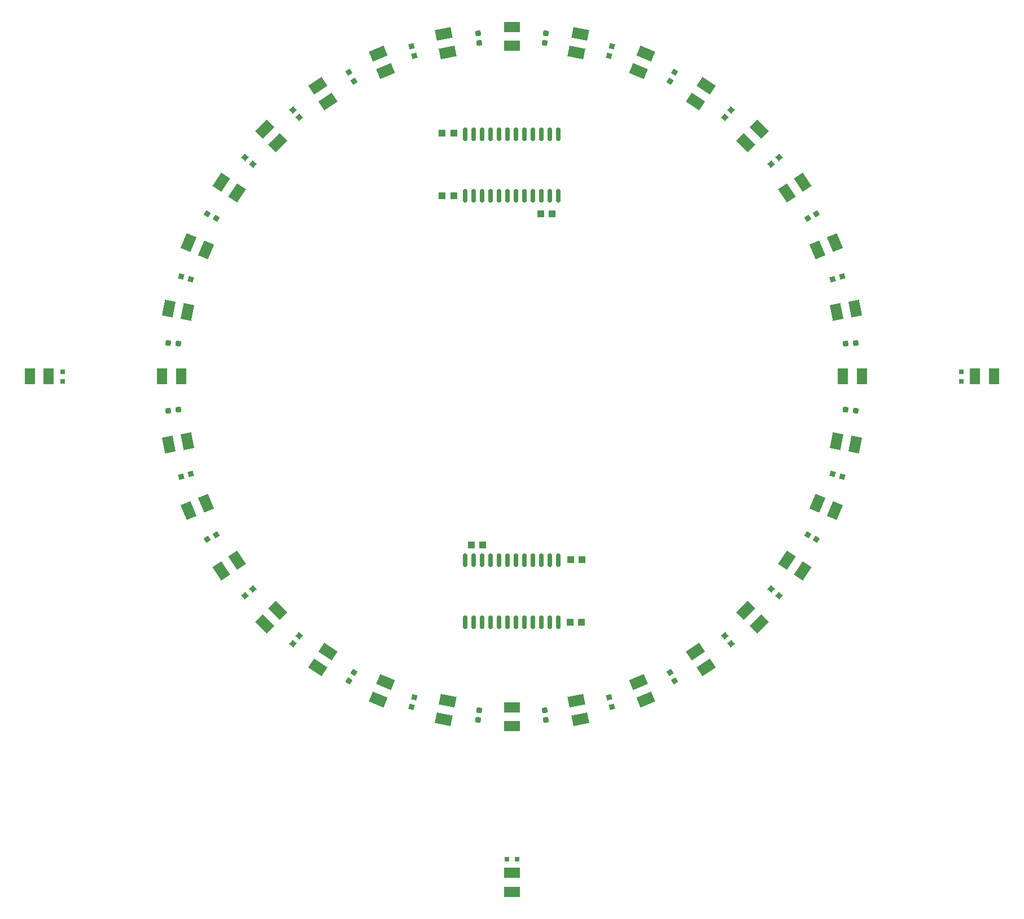
<source format=gbp>
%TF.GenerationSoftware,KiCad,Pcbnew,(6.0.0-0)*%
%TF.CreationDate,2022-03-23T00:11:18+08:00*%
%TF.ProjectId,layer1,6c617965-7231-42e6-9b69-6361645f7063,rev?*%
%TF.SameCoordinates,Original*%
%TF.FileFunction,Paste,Bot*%
%TF.FilePolarity,Positive*%
%FSLAX46Y46*%
G04 Gerber Fmt 4.6, Leading zero omitted, Abs format (unit mm)*
G04 Created by KiCad (PCBNEW (6.0.0-0)) date 2022-03-23 00:11:18*
%MOMM*%
%LPD*%
G01*
G04 APERTURE LIST*
G04 Aperture macros list*
%AMRoundRect*
0 Rectangle with rounded corners*
0 $1 Rounding radius*
0 $2 $3 $4 $5 $6 $7 $8 $9 X,Y pos of 4 corners*
0 Add a 4 corners polygon primitive as box body*
4,1,4,$2,$3,$4,$5,$6,$7,$8,$9,$2,$3,0*
0 Add four circle primitives for the rounded corners*
1,1,$1+$1,$2,$3*
1,1,$1+$1,$4,$5*
1,1,$1+$1,$6,$7*
1,1,$1+$1,$8,$9*
0 Add four rect primitives between the rounded corners*
20,1,$1+$1,$2,$3,$4,$5,0*
20,1,$1+$1,$4,$5,$6,$7,0*
20,1,$1+$1,$6,$7,$8,$9,0*
20,1,$1+$1,$8,$9,$2,$3,0*%
%AMRotRect*
0 Rectangle, with rotation*
0 The origin of the aperture is its center*
0 $1 length*
0 $2 width*
0 $3 Rotation angle, in degrees counterclockwise*
0 Add horizontal line*
21,1,$1,$2,0,0,$3*%
G04 Aperture macros list end*
%ADD10RotRect,1.600000X2.400000X22.500000*%
%ADD11RotRect,1.600000X2.400000X326.250000*%
%ADD12RotRect,1.600000X2.400000X247.500000*%
%ADD13RotRect,0.800000X0.800000X331.875000*%
%ADD14R,1.099820X0.998220*%
%ADD15RotRect,0.800000X0.800000X286.875000*%
%ADD16RotRect,1.600000X2.400000X303.750000*%
%ADD17RotRect,0.800000X0.800000X343.125000*%
%ADD18R,0.800000X0.800000*%
%ADD19R,1.600000X2.400000*%
%ADD20RotRect,0.800000X0.800000X95.625000*%
%ADD21RotRect,1.600000X2.400000X213.750000*%
%ADD22RoundRect,0.150000X-0.150000X0.875000X-0.150000X-0.875000X0.150000X-0.875000X0.150000X0.875000X0*%
%ADD23RotRect,0.800000X0.800000X219.375000*%
%ADD24RotRect,1.600000X2.400000X67.500000*%
%ADD25RotRect,1.600000X2.400000X191.250000*%
%ADD26RotRect,0.800000X0.800000X28.125000*%
%ADD27RotRect,0.800000X0.800000X118.125000*%
%ADD28RotRect,0.800000X0.800000X84.375000*%
%ADD29RotRect,1.600000X2.400000X135.000000*%
%ADD30RotRect,0.800000X0.800000X140.625000*%
%ADD31R,2.400000X1.600000*%
%ADD32RotRect,0.800000X0.800000X208.125000*%
%ADD33RotRect,1.600000X2.400000X157.500000*%
%ADD34RotRect,1.600000X2.400000X348.750000*%
%ADD35RotRect,1.600000X2.400000X202.500000*%
%ADD36RotRect,1.600000X2.400000X225.000000*%
%ADD37RotRect,0.800000X0.800000X298.125000*%
%ADD38RotRect,0.800000X0.800000X230.625000*%
%ADD39RotRect,0.800000X0.800000X196.875000*%
%ADD40RotRect,1.600000X2.400000X56.250000*%
%ADD41RotRect,0.800000X0.800000X185.625000*%
%ADD42RotRect,0.800000X0.800000X253.125000*%
%ADD43RotRect,1.600000X2.400000X112.500000*%
%ADD44RotRect,0.800000X0.800000X309.375000*%
%ADD45RotRect,0.800000X0.800000X163.125000*%
%ADD46RotRect,0.800000X0.800000X275.625000*%
%ADD47RotRect,0.800000X0.800000X5.625000*%
%ADD48RotRect,0.800000X0.800000X354.375000*%
%ADD49RotRect,1.600000X2.400000X33.750000*%
%ADD50RotRect,1.600000X2.400000X168.750000*%
%ADD51RoundRect,0.150000X0.150000X-0.875000X0.150000X0.875000X-0.150000X0.875000X-0.150000X-0.875000X0*%
%ADD52RotRect,0.800000X0.800000X61.875000*%
%ADD53RotRect,1.600000X2.400000X337.500000*%
%ADD54RotRect,1.600000X2.400000X146.250000*%
%ADD55RotRect,0.800000X0.800000X106.875000*%
%ADD56RotRect,0.800000X0.800000X39.375000*%
%ADD57RotRect,1.600000X2.400000X123.750000*%
%ADD58RotRect,1.600000X2.400000X292.500000*%
%ADD59RotRect,0.800000X0.800000X174.375000*%
%ADD60RotRect,1.600000X2.400000X281.250000*%
%ADD61RotRect,0.800000X0.800000X50.625000*%
%ADD62RotRect,0.800000X0.800000X264.375000*%
%ADD63RotRect,1.600000X2.400000X78.750000*%
%ADD64RotRect,1.600000X2.400000X101.250000*%
%ADD65RotRect,0.800000X0.800000X320.625000*%
%ADD66RotRect,1.600000X2.400000X236.250000*%
%ADD67RotRect,1.600000X2.400000X258.750000*%
%ADD68RotRect,1.600000X2.400000X11.250000*%
%ADD69RotRect,0.800000X0.800000X129.375000*%
%ADD70RotRect,0.800000X0.800000X151.875000*%
%ADD71RotRect,0.800000X0.800000X241.875000*%
%ADD72RotRect,1.600000X2.400000X45.000000*%
%ADD73RotRect,0.800000X0.800000X73.125000*%
%ADD74RotRect,0.800000X0.800000X16.875000*%
%ADD75RotRect,1.600000X2.400000X315.000000*%
G04 APERTURE END LIST*
D10*
%TO.C,D27*%
X171573145Y-82357047D03*
X174206201Y-81266399D03*
%TD*%
D11*
%TO.C,D22*%
X166987735Y-128913489D03*
X169357423Y-130496865D03*
%TD*%
D12*
%TO.C,D15*%
X106741079Y-147189113D03*
X105650431Y-149822169D03*
%TD*%
D13*
%TO.C,R7*%
X80042902Y-76934367D03*
X81365784Y-77641463D03*
%TD*%
D14*
%TO.C,R37*%
X116978311Y-64825919D03*
X115281591Y-64825919D03*
%TD*%
D15*
%TO.C,R3*%
X110692043Y-51781267D03*
X111127471Y-53216677D03*
%TD*%
D16*
%TO.C,D20*%
X153297521Y-142603703D03*
X154880897Y-144973391D03*
%TD*%
D14*
%TO.C,C2*%
X134506591Y-128825919D03*
X136203311Y-128825919D03*
%TD*%
D17*
%TO.C,R8*%
X76156614Y-86316696D03*
X77592024Y-86752124D03*
%TD*%
D18*
%TO.C,R35*%
X193129951Y-100598500D03*
X193129951Y-102098500D03*
%TD*%
D19*
%TO.C,D9*%
X76109636Y-101345919D03*
X73259636Y-101345919D03*
%TD*%
D14*
%TO.C,C1*%
X116978311Y-74225919D03*
X115281591Y-74225919D03*
%TD*%
D20*
%TO.C,R18*%
X130807631Y-152909154D03*
X130660605Y-151416376D03*
%TD*%
D21*
%TO.C,D12*%
X84472167Y-128913489D03*
X82102479Y-130496865D03*
%TD*%
D22*
%TO.C,U1*%
X118744951Y-64954604D03*
X120014951Y-64954604D03*
X121284951Y-64954604D03*
X122554951Y-64954604D03*
X123824951Y-64954604D03*
X125094951Y-64954604D03*
X126364951Y-64954604D03*
X127634951Y-64954604D03*
X128904951Y-64954604D03*
X130174951Y-64954604D03*
X131444951Y-64954604D03*
X132714951Y-64954604D03*
X132714951Y-74254604D03*
X131444951Y-74254604D03*
X130174951Y-74254604D03*
X128904951Y-74254604D03*
X127634951Y-74254604D03*
X126364951Y-74254604D03*
X125094951Y-74254604D03*
X123824951Y-74254604D03*
X122554951Y-74254604D03*
X121284951Y-74254604D03*
X120014951Y-74254604D03*
X118744951Y-74254604D03*
%TD*%
D23*
%TO.C,R29*%
X165774985Y-68490494D03*
X164615469Y-69442084D03*
%TD*%
D24*
%TO.C,D31*%
X144718823Y-55502725D03*
X145809471Y-52869669D03*
%TD*%
D25*
%TO.C,D10*%
X77063076Y-111026362D03*
X74267838Y-111582370D03*
%TD*%
D26*
%TO.C,R12*%
X80042902Y-125774841D03*
X81365784Y-125067745D03*
%TD*%
D27*
%TO.C,R20*%
X150150188Y-147041653D03*
X149443092Y-145718771D03*
%TD*%
D19*
%TO.C,D33*%
X53404951Y-101345919D03*
X56254951Y-101345919D03*
%TD*%
D28*
%TO.C,R17*%
X120652271Y-152909154D03*
X120799297Y-151416376D03*
%TD*%
D29*
%TO.C,D5*%
X90643090Y-66259058D03*
X88627836Y-64243804D03*
%TD*%
D30*
%TO.C,R22*%
X165774985Y-134218714D03*
X164615469Y-133267124D03*
%TD*%
D31*
%TO.C,D17*%
X125729951Y-150966234D03*
X125729951Y-153816234D03*
%TD*%
D32*
%TO.C,R28*%
X171417000Y-76934367D03*
X170094118Y-77641463D03*
%TD*%
D33*
%TO.C,D7*%
X79886757Y-82357047D03*
X77253701Y-81266399D03*
%TD*%
D19*
%TO.C,D35*%
X198054951Y-101345919D03*
X195204951Y-101345919D03*
%TD*%
D14*
%TO.C,R38*%
X130081591Y-76962000D03*
X131778311Y-76962000D03*
%TD*%
D34*
%TO.C,D24*%
X174396826Y-111026362D03*
X177192064Y-111582370D03*
%TD*%
D14*
%TO.C,R40*%
X121378311Y-126625919D03*
X119681591Y-126625919D03*
%TD*%
D35*
%TO.C,D11*%
X79886757Y-120334791D03*
X77253701Y-121425439D03*
%TD*%
D36*
%TO.C,D13*%
X90643090Y-136432780D03*
X88627836Y-138448034D03*
%TD*%
D37*
%TO.C,R4*%
X101309714Y-55667555D03*
X102016810Y-56990437D03*
%TD*%
D38*
%TO.C,R30*%
X158594061Y-61309570D03*
X157642471Y-62469086D03*
%TD*%
D14*
%TO.C,R39*%
X134481591Y-138225919D03*
X136178311Y-138225919D03*
%TD*%
D39*
%TO.C,R27*%
X175303288Y-86316696D03*
X173867878Y-86752124D03*
%TD*%
D31*
%TO.C,D34*%
X125729951Y-178671000D03*
X125729951Y-175821000D03*
%TD*%
D40*
%TO.C,D30*%
X153297521Y-60088135D03*
X154880897Y-57718447D03*
%TD*%
D41*
%TO.C,R26*%
X177284501Y-96276924D03*
X175791723Y-96423950D03*
%TD*%
D42*
%TO.C,R32*%
X140767859Y-51781267D03*
X140332431Y-53216677D03*
%TD*%
D43*
%TO.C,D3*%
X106741079Y-55502725D03*
X105650431Y-52869669D03*
%TD*%
D31*
%TO.C,D1*%
X125729951Y-51725604D03*
X125729951Y-48875604D03*
%TD*%
D44*
%TO.C,R5*%
X92865841Y-61309570D03*
X93817431Y-62469086D03*
%TD*%
D45*
%TO.C,R24*%
X175303288Y-116392512D03*
X173867878Y-115957084D03*
%TD*%
D46*
%TO.C,R2*%
X120652271Y-49800054D03*
X120799297Y-51292832D03*
%TD*%
D47*
%TO.C,R10*%
X74175401Y-106432284D03*
X75668179Y-106285258D03*
%TD*%
D48*
%TO.C,R9*%
X74175401Y-96276924D03*
X75668179Y-96423950D03*
%TD*%
D49*
%TO.C,D28*%
X166987735Y-73778349D03*
X169357423Y-72194973D03*
%TD*%
D50*
%TO.C,D8*%
X77063076Y-91665476D03*
X74267838Y-91109468D03*
%TD*%
D19*
%TO.C,D25*%
X175350266Y-101345919D03*
X178200266Y-101345919D03*
%TD*%
D51*
%TO.C,U2*%
X132714951Y-138236335D03*
X131444951Y-138236335D03*
X130174951Y-138236335D03*
X128904951Y-138236335D03*
X127634951Y-138236335D03*
X126364951Y-138236335D03*
X125094951Y-138236335D03*
X123824951Y-138236335D03*
X122554951Y-138236335D03*
X121284951Y-138236335D03*
X120014951Y-138236335D03*
X118744951Y-138236335D03*
X118744951Y-128936335D03*
X120014951Y-128936335D03*
X121284951Y-128936335D03*
X122554951Y-128936335D03*
X123824951Y-128936335D03*
X125094951Y-128936335D03*
X126364951Y-128936335D03*
X127634951Y-128936335D03*
X128904951Y-128936335D03*
X130174951Y-128936335D03*
X131444951Y-128936335D03*
X132714951Y-128936335D03*
%TD*%
D52*
%TO.C,R15*%
X101309714Y-147041653D03*
X102016810Y-145718771D03*
%TD*%
D53*
%TO.C,D23*%
X171573145Y-120334791D03*
X174206201Y-121425439D03*
%TD*%
D18*
%TO.C,R34*%
X126479951Y-173746000D03*
X124979951Y-173746000D03*
%TD*%
D54*
%TO.C,D6*%
X84472167Y-73778349D03*
X82102479Y-72194973D03*
%TD*%
D55*
%TO.C,R19*%
X140767859Y-150927941D03*
X140332431Y-149492531D03*
%TD*%
D56*
%TO.C,R13*%
X85684917Y-134218714D03*
X86844433Y-133267124D03*
%TD*%
D57*
%TO.C,D4*%
X98162381Y-60088135D03*
X96579005Y-57718447D03*
%TD*%
D58*
%TO.C,D19*%
X144718823Y-147189113D03*
X145809471Y-149822169D03*
%TD*%
D59*
%TO.C,R25*%
X177284501Y-106432284D03*
X175791723Y-106285258D03*
%TD*%
D60*
%TO.C,D18*%
X135410394Y-150012794D03*
X135966402Y-152808032D03*
%TD*%
D18*
%TO.C,R33*%
X58329951Y-100598500D03*
X58329951Y-102098500D03*
%TD*%
D61*
%TO.C,R14*%
X92865841Y-141399638D03*
X93817431Y-140240122D03*
%TD*%
D62*
%TO.C,R1*%
X130807631Y-49800054D03*
X130660605Y-51292832D03*
%TD*%
D63*
%TO.C,D32*%
X135410394Y-52679044D03*
X135966402Y-49883806D03*
%TD*%
D64*
%TO.C,D2*%
X116049508Y-52679044D03*
X115493500Y-49883806D03*
%TD*%
D65*
%TO.C,R6*%
X85684917Y-68490494D03*
X86844433Y-69442084D03*
%TD*%
D66*
%TO.C,D14*%
X98162381Y-142603703D03*
X96579005Y-144973391D03*
%TD*%
D67*
%TO.C,D16*%
X116049508Y-150012794D03*
X115493500Y-152808032D03*
%TD*%
D68*
%TO.C,D26*%
X174396826Y-91665476D03*
X177192064Y-91109468D03*
%TD*%
D69*
%TO.C,R21*%
X158594061Y-141399638D03*
X157642471Y-140240122D03*
%TD*%
D70*
%TO.C,R23*%
X171417000Y-125774841D03*
X170094118Y-125067745D03*
%TD*%
D71*
%TO.C,R31*%
X150150188Y-55667555D03*
X149443092Y-56990437D03*
%TD*%
D72*
%TO.C,D29*%
X160816812Y-66259058D03*
X162832066Y-64243804D03*
%TD*%
D73*
%TO.C,R16*%
X110692043Y-150927941D03*
X111127471Y-149492531D03*
%TD*%
D74*
%TO.C,R11*%
X76156614Y-116392512D03*
X77592024Y-115957084D03*
%TD*%
D75*
%TO.C,D21*%
X160816812Y-136432780D03*
X162832066Y-138448034D03*
%TD*%
M02*

</source>
